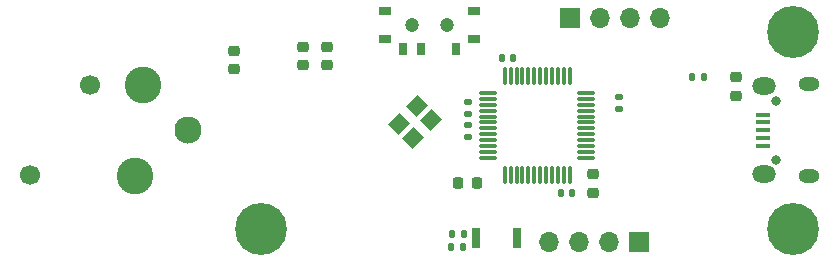
<source format=gbr>
%TF.GenerationSoftware,KiCad,Pcbnew,9.0.0*%
%TF.CreationDate,2025-03-28T00:52:52+01:00*%
%TF.ProjectId,DMX-Adapter-small-V3,444d582d-4164-4617-9074-65722d736d61,rev?*%
%TF.SameCoordinates,Original*%
%TF.FileFunction,Soldermask,Top*%
%TF.FilePolarity,Negative*%
%FSLAX46Y46*%
G04 Gerber Fmt 4.6, Leading zero omitted, Abs format (unit mm)*
G04 Created by KiCad (PCBNEW 9.0.0) date 2025-03-28 00:52:52*
%MOMM*%
%LPD*%
G01*
G04 APERTURE LIST*
G04 Aperture macros list*
%AMRoundRect*
0 Rectangle with rounded corners*
0 $1 Rounding radius*
0 $2 $3 $4 $5 $6 $7 $8 $9 X,Y pos of 4 corners*
0 Add a 4 corners polygon primitive as box body*
4,1,4,$2,$3,$4,$5,$6,$7,$8,$9,$2,$3,0*
0 Add four circle primitives for the rounded corners*
1,1,$1+$1,$2,$3*
1,1,$1+$1,$4,$5*
1,1,$1+$1,$6,$7*
1,1,$1+$1,$8,$9*
0 Add four rect primitives between the rounded corners*
20,1,$1+$1,$2,$3,$4,$5,0*
20,1,$1+$1,$4,$5,$6,$7,0*
20,1,$1+$1,$6,$7,$8,$9,0*
20,1,$1+$1,$8,$9,$2,$3,0*%
%AMRotRect*
0 Rectangle, with rotation*
0 The origin of the aperture is its center*
0 $1 length*
0 $2 width*
0 $3 Rotation angle, in degrees counterclockwise*
0 Add horizontal line*
21,1,$1,$2,0,0,$3*%
G04 Aperture macros list end*
%ADD10RoundRect,0.135000X0.135000X0.185000X-0.135000X0.185000X-0.135000X-0.185000X0.135000X-0.185000X0*%
%ADD11RoundRect,0.218750X-0.218750X-0.256250X0.218750X-0.256250X0.218750X0.256250X-0.218750X0.256250X0*%
%ADD12R,1.700000X1.700000*%
%ADD13O,1.700000X1.700000*%
%ADD14R,0.800000X1.700000*%
%ADD15RoundRect,0.140000X0.140000X0.170000X-0.140000X0.170000X-0.140000X-0.170000X0.140000X-0.170000X0*%
%ADD16RoundRect,0.225000X-0.250000X0.225000X-0.250000X-0.225000X0.250000X-0.225000X0.250000X0.225000X0*%
%ADD17RoundRect,0.225000X0.250000X-0.225000X0.250000X0.225000X-0.250000X0.225000X-0.250000X-0.225000X0*%
%ADD18C,1.200000*%
%ADD19R,0.700000X1.000000*%
%ADD20R,1.000000X0.800000*%
%ADD21C,4.400000*%
%ADD22RoundRect,0.135000X-0.135000X-0.185000X0.135000X-0.185000X0.135000X0.185000X-0.135000X0.185000X0*%
%ADD23RoundRect,0.075000X-0.662500X-0.075000X0.662500X-0.075000X0.662500X0.075000X-0.662500X0.075000X0*%
%ADD24RoundRect,0.075000X-0.075000X-0.662500X0.075000X-0.662500X0.075000X0.662500X-0.075000X0.662500X0*%
%ADD25RoundRect,0.140000X-0.140000X-0.170000X0.140000X-0.170000X0.140000X0.170000X-0.140000X0.170000X0*%
%ADD26RoundRect,0.218750X0.256250X-0.218750X0.256250X0.218750X-0.256250X0.218750X-0.256250X-0.218750X0*%
%ADD27RoundRect,0.140000X0.170000X-0.140000X0.170000X0.140000X-0.170000X0.140000X-0.170000X-0.140000X0*%
%ADD28RoundRect,0.135000X-0.185000X0.135000X-0.185000X-0.135000X0.185000X-0.135000X0.185000X0.135000X0*%
%ADD29RoundRect,0.140000X-0.170000X0.140000X-0.170000X-0.140000X0.170000X-0.140000X0.170000X0.140000X0*%
%ADD30C,1.700000*%
%ADD31C,3.100000*%
%ADD32C,2.300000*%
%ADD33RotRect,1.400000X1.200000X225.000000*%
%ADD34O,0.800000X0.800000*%
%ADD35R,1.300000X0.450000*%
%ADD36O,1.800000X1.150000*%
%ADD37O,2.000000X1.450000*%
G04 APERTURE END LIST*
D10*
%TO.C,R7*%
X174020000Y-45250000D03*
X173000000Y-45250000D03*
%TD*%
D11*
%TO.C,D2*%
X173525000Y-41000000D03*
X175100000Y-41000000D03*
%TD*%
D12*
%TO.C,J3*%
X182950000Y-27000000D03*
D13*
X185490000Y-27000000D03*
X188030000Y-27000000D03*
X190570000Y-27000000D03*
%TD*%
D14*
%TO.C,SW1*%
X178450000Y-45650000D03*
X175050000Y-45650000D03*
%TD*%
D15*
%TO.C,C5*%
X183170000Y-41830000D03*
X182210000Y-41830000D03*
%TD*%
D16*
%TO.C,C7*%
X154500000Y-29800000D03*
X154500000Y-31350000D03*
%TD*%
D17*
%TO.C,C12*%
X160350000Y-31025000D03*
X160350000Y-29475000D03*
%TD*%
D18*
%TO.C,SW2*%
X169600000Y-27600000D03*
X172600000Y-27600000D03*
D19*
X173350000Y-29650000D03*
X170350000Y-29650000D03*
X168850000Y-29650000D03*
D20*
X174850000Y-28750000D03*
X167350000Y-28750000D03*
X167350000Y-26450000D03*
X174850000Y-26450000D03*
%TD*%
D17*
%TO.C,C6*%
X184900000Y-41800000D03*
X184900000Y-40250000D03*
%TD*%
D21*
%TO.C,H1*%
X201850000Y-28150000D03*
%TD*%
D22*
%TO.C,R4*%
X172880000Y-46400000D03*
X173900000Y-46400000D03*
%TD*%
D21*
%TO.C,H2*%
X201850000Y-44850000D03*
%TD*%
D23*
%TO.C,U1*%
X176037500Y-33350000D03*
X176037500Y-33850000D03*
X176037500Y-34350000D03*
X176037500Y-34850000D03*
X176037500Y-35350000D03*
X176037500Y-35850000D03*
X176037500Y-36350000D03*
X176037500Y-36850000D03*
X176037500Y-37350000D03*
X176037500Y-37850000D03*
X176037500Y-38350000D03*
X176037500Y-38850000D03*
D24*
X177450000Y-40262500D03*
X177950000Y-40262500D03*
X178450000Y-40262500D03*
X178950000Y-40262500D03*
X179450000Y-40262500D03*
X179950000Y-40262500D03*
X180450000Y-40262500D03*
X180950000Y-40262500D03*
X181450000Y-40262500D03*
X181950000Y-40262500D03*
X182450000Y-40262500D03*
X182950000Y-40262500D03*
D23*
X184362500Y-38850000D03*
X184362500Y-38350000D03*
X184362500Y-37850000D03*
X184362500Y-37350000D03*
X184362500Y-36850000D03*
X184362500Y-36350000D03*
X184362500Y-35850000D03*
X184362500Y-35350000D03*
X184362500Y-34850000D03*
X184362500Y-34350000D03*
X184362500Y-33850000D03*
X184362500Y-33350000D03*
D24*
X182950000Y-31937500D03*
X182450000Y-31937500D03*
X181950000Y-31937500D03*
X181450000Y-31937500D03*
X180950000Y-31937500D03*
X180450000Y-31937500D03*
X179950000Y-31937500D03*
X179450000Y-31937500D03*
X178950000Y-31937500D03*
X178450000Y-31937500D03*
X177950000Y-31937500D03*
X177450000Y-31937500D03*
%TD*%
D25*
%TO.C,C1*%
X177210000Y-30380000D03*
X178170000Y-30380000D03*
%TD*%
D26*
%TO.C,D1*%
X197000000Y-33575000D03*
X197000000Y-32000000D03*
%TD*%
D22*
%TO.C,R3*%
X193330000Y-32000000D03*
X194350000Y-32000000D03*
%TD*%
D27*
%TO.C,C8*%
X174370000Y-35090000D03*
X174370000Y-34130000D03*
%TD*%
D28*
%TO.C,R1*%
X187150000Y-33680000D03*
X187150000Y-34700000D03*
%TD*%
D12*
%TO.C,J2*%
X188840000Y-46000000D03*
D13*
X186300000Y-46000000D03*
X183760000Y-46000000D03*
X181220000Y-46000000D03*
%TD*%
D29*
%TO.C,C9*%
X174370000Y-36080000D03*
X174370000Y-37040000D03*
%TD*%
D30*
%TO.C,J4*%
X137260000Y-40310000D03*
X142340000Y-32690000D03*
D31*
X146150000Y-40410000D03*
X146785000Y-32690000D03*
D32*
X150600000Y-36500000D03*
%TD*%
D33*
%TO.C,Y1*%
X170017919Y-34427919D03*
X168462284Y-35983554D03*
X169664365Y-37185635D03*
X171220000Y-35630000D03*
%TD*%
D21*
%TO.C,H3*%
X156850000Y-44850000D03*
%TD*%
D34*
%TO.C,J1*%
X200450000Y-39000000D03*
X200450000Y-34000000D03*
D35*
X199350000Y-37800000D03*
X199350000Y-37150000D03*
X199350000Y-36500000D03*
X199350000Y-35850000D03*
X199350000Y-35200000D03*
D36*
X203200000Y-40375000D03*
D37*
X199400000Y-40225000D03*
X199400000Y-32775000D03*
D36*
X203200000Y-32625000D03*
%TD*%
D17*
%TO.C,C13*%
X162400000Y-31025000D03*
X162400000Y-29475000D03*
%TD*%
M02*

</source>
